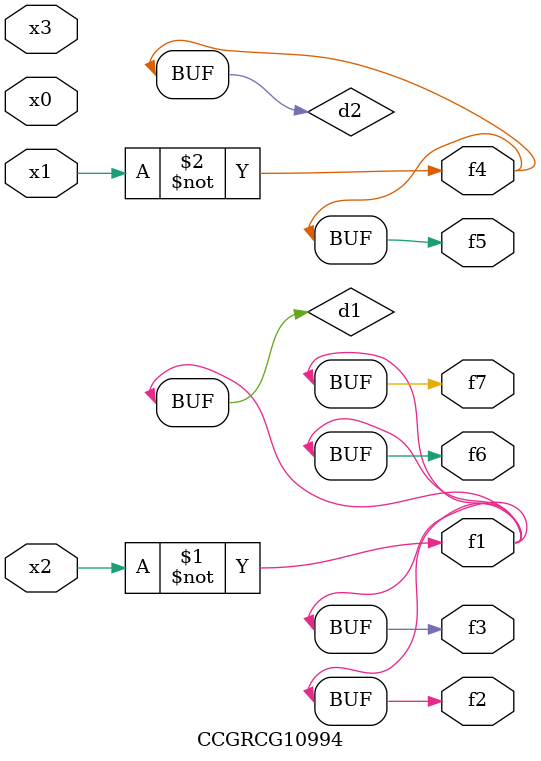
<source format=v>
module CCGRCG10994(
	input x0, x1, x2, x3,
	output f1, f2, f3, f4, f5, f6, f7
);

	wire d1, d2;

	xnor (d1, x2);
	not (d2, x1);
	assign f1 = d1;
	assign f2 = d1;
	assign f3 = d1;
	assign f4 = d2;
	assign f5 = d2;
	assign f6 = d1;
	assign f7 = d1;
endmodule

</source>
